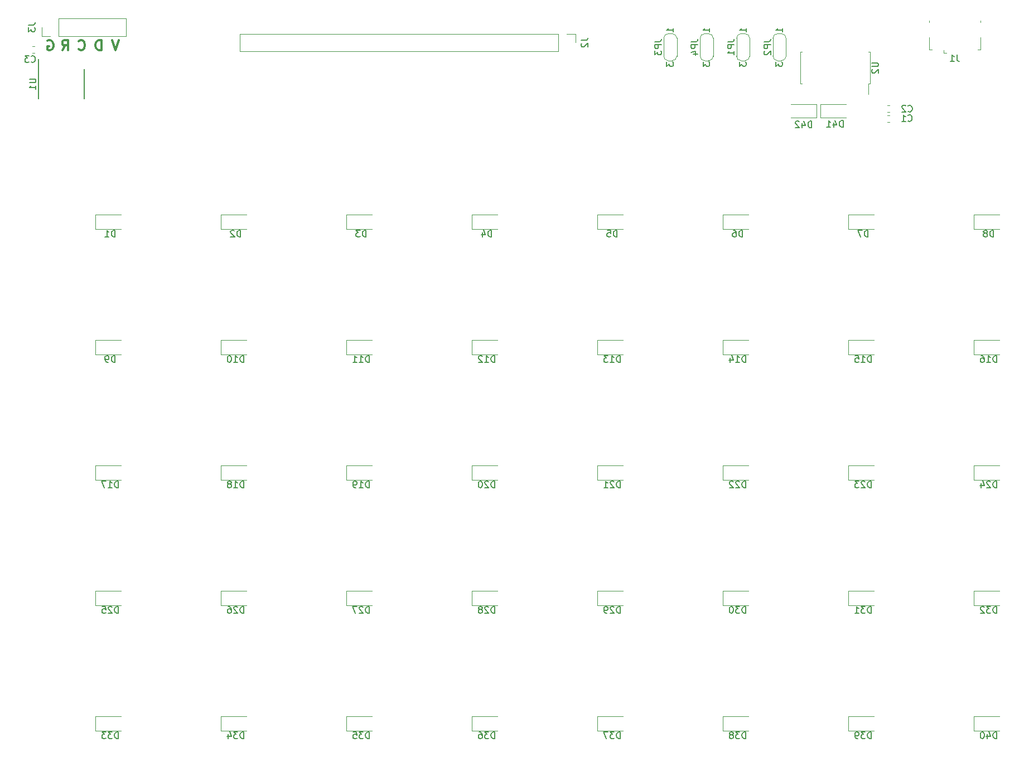
<source format=gbr>
G04 #@! TF.GenerationSoftware,KiCad,Pcbnew,(5.1.5)-3*
G04 #@! TF.CreationDate,2020-03-22T20:56:45+08:00*
G04 #@! TF.ProjectId,XS40,58533430-2e6b-4696-9361-645f70636258,rev?*
G04 #@! TF.SameCoordinates,Original*
G04 #@! TF.FileFunction,Legend,Bot*
G04 #@! TF.FilePolarity,Positive*
%FSLAX45Y45*%
G04 Gerber Fmt 4.5, Leading zero omitted, Abs format (unit mm)*
G04 Created by KiCad (PCBNEW (5.1.5)-3) date 2020-03-22 20:56:45*
%MOMM*%
%LPD*%
G04 APERTURE LIST*
%ADD10C,0.300000*%
%ADD11C,0.120000*%
%ADD12C,0.150000*%
G04 APERTURE END LIST*
D10*
X4772876Y-4397909D02*
X4722876Y-4547909D01*
X4672876Y-4397909D01*
X4509178Y-4549941D02*
X4509178Y-4399941D01*
X4473463Y-4399941D01*
X4452035Y-4407084D01*
X4437749Y-4421370D01*
X4430606Y-4435655D01*
X4423463Y-4464227D01*
X4423463Y-4485655D01*
X4430606Y-4514227D01*
X4437749Y-4528513D01*
X4452035Y-4542798D01*
X4473463Y-4549941D01*
X4509178Y-4549941D01*
X4167939Y-4535655D02*
X4175082Y-4542798D01*
X4196511Y-4549941D01*
X4210797Y-4549941D01*
X4232225Y-4542798D01*
X4246511Y-4528513D01*
X4253654Y-4514227D01*
X4260797Y-4485655D01*
X4260797Y-4464227D01*
X4253654Y-4435655D01*
X4246511Y-4421370D01*
X4232225Y-4407084D01*
X4210797Y-4399941D01*
X4196511Y-4399941D01*
X4175082Y-4407084D01*
X4167939Y-4414227D01*
X3916479Y-4549941D02*
X3966479Y-4478513D01*
X4002194Y-4549941D02*
X4002194Y-4399941D01*
X3945051Y-4399941D01*
X3930765Y-4407084D01*
X3923622Y-4414227D01*
X3916479Y-4428513D01*
X3916479Y-4449941D01*
X3923622Y-4464227D01*
X3930765Y-4471370D01*
X3945051Y-4478513D01*
X4002194Y-4478513D01*
X3695530Y-4409116D02*
X3709816Y-4401973D01*
X3731244Y-4401973D01*
X3752673Y-4409116D01*
X3766959Y-4423402D01*
X3774102Y-4437687D01*
X3781244Y-4466259D01*
X3781244Y-4487687D01*
X3774102Y-4516259D01*
X3766959Y-4530545D01*
X3752673Y-4544830D01*
X3731244Y-4551973D01*
X3716959Y-4551973D01*
X3695530Y-4544830D01*
X3688387Y-4537687D01*
X3688387Y-4487687D01*
X3716959Y-4487687D01*
D11*
X17295040Y-4594970D02*
X17295040Y-4549970D01*
X17295040Y-4594970D02*
X17340040Y-4594970D01*
X17855040Y-4539970D02*
X17810040Y-4539970D01*
X17855040Y-4354970D02*
X17855040Y-4539970D01*
X17075040Y-4099970D02*
X17075040Y-4124970D01*
X17855040Y-4099970D02*
X17855040Y-4124970D01*
X17075040Y-4354970D02*
X17075040Y-4539970D01*
X17075040Y-4539970D02*
X17120040Y-4539970D01*
X3603340Y-4202176D02*
X3603340Y-4335176D01*
X3603340Y-4335176D02*
X3736340Y-4335176D01*
X3863340Y-4335176D02*
X4885340Y-4335176D01*
X4885340Y-4069176D02*
X4885340Y-4335176D01*
X3863340Y-4069176D02*
X4885340Y-4069176D01*
X3863340Y-4069176D02*
X3863340Y-4335176D01*
X11705240Y-4435348D02*
X11705240Y-4302348D01*
X11705240Y-4302348D02*
X11572240Y-4302348D01*
X11445240Y-4302348D02*
X6613240Y-4302348D01*
X6613240Y-4568348D02*
X6613240Y-4302348D01*
X11445240Y-4568348D02*
X6613240Y-4568348D01*
X11445240Y-4568348D02*
X11445240Y-4302348D01*
X16475468Y-5538524D02*
X16442912Y-5538524D01*
X16475468Y-5640524D02*
X16442912Y-5640524D01*
X16443938Y-5392220D02*
X16476494Y-5392220D01*
X16443938Y-5494220D02*
X16476494Y-5494220D01*
X3463522Y-4589980D02*
X3496078Y-4589980D01*
X3463522Y-4487980D02*
X3496078Y-4487980D01*
X4805660Y-7271220D02*
X4417160Y-7271220D01*
X4417160Y-7271220D02*
X4417160Y-7044220D01*
X4417160Y-7044220D02*
X4805660Y-7044220D01*
X6322160Y-7044220D02*
X6710660Y-7044220D01*
X6322160Y-7271220D02*
X6322160Y-7044220D01*
X6710660Y-7271220D02*
X6322160Y-7271220D01*
X8227160Y-7044220D02*
X8615660Y-7044220D01*
X8227160Y-7271220D02*
X8227160Y-7044220D01*
X8615660Y-7271220D02*
X8227160Y-7271220D01*
X10132160Y-7044220D02*
X10520660Y-7044220D01*
X10132160Y-7271220D02*
X10132160Y-7044220D01*
X10520660Y-7271220D02*
X10132160Y-7271220D01*
X12037160Y-7044220D02*
X12425660Y-7044220D01*
X12037160Y-7271220D02*
X12037160Y-7044220D01*
X12425660Y-7271220D02*
X12037160Y-7271220D01*
X13942160Y-7044220D02*
X14330660Y-7044220D01*
X13942160Y-7271220D02*
X13942160Y-7044220D01*
X14330660Y-7271220D02*
X13942160Y-7271220D01*
X16235660Y-7271220D02*
X15847160Y-7271220D01*
X15847160Y-7271220D02*
X15847160Y-7044220D01*
X15847160Y-7044220D02*
X16235660Y-7044220D01*
X18140660Y-7271220D02*
X17752160Y-7271220D01*
X17752160Y-7271220D02*
X17752160Y-7044220D01*
X17752160Y-7044220D02*
X18140660Y-7044220D01*
X4805660Y-9176220D02*
X4417160Y-9176220D01*
X4417160Y-9176220D02*
X4417160Y-8949220D01*
X4417160Y-8949220D02*
X4805660Y-8949220D01*
X6322160Y-8949220D02*
X6710660Y-8949220D01*
X6322160Y-9176220D02*
X6322160Y-8949220D01*
X6710660Y-9176220D02*
X6322160Y-9176220D01*
X8227160Y-8949220D02*
X8615660Y-8949220D01*
X8227160Y-9176220D02*
X8227160Y-8949220D01*
X8615660Y-9176220D02*
X8227160Y-9176220D01*
X10132160Y-8949220D02*
X10520660Y-8949220D01*
X10132160Y-9176220D02*
X10132160Y-8949220D01*
X10520660Y-9176220D02*
X10132160Y-9176220D01*
X12037160Y-8949220D02*
X12425660Y-8949220D01*
X12037160Y-9176220D02*
X12037160Y-8949220D01*
X12425660Y-9176220D02*
X12037160Y-9176220D01*
X14330660Y-9176220D02*
X13942160Y-9176220D01*
X13942160Y-9176220D02*
X13942160Y-8949220D01*
X13942160Y-8949220D02*
X14330660Y-8949220D01*
X16235660Y-9176220D02*
X15847160Y-9176220D01*
X15847160Y-9176220D02*
X15847160Y-8949220D01*
X15847160Y-8949220D02*
X16235660Y-8949220D01*
X18140660Y-9176220D02*
X17752160Y-9176220D01*
X17752160Y-9176220D02*
X17752160Y-8949220D01*
X17752160Y-8949220D02*
X18140660Y-8949220D01*
X4805660Y-11081220D02*
X4417160Y-11081220D01*
X4417160Y-11081220D02*
X4417160Y-10854220D01*
X4417160Y-10854220D02*
X4805660Y-10854220D01*
X6322160Y-10854220D02*
X6710660Y-10854220D01*
X6322160Y-11081220D02*
X6322160Y-10854220D01*
X6710660Y-11081220D02*
X6322160Y-11081220D01*
X8227160Y-10854220D02*
X8615660Y-10854220D01*
X8227160Y-11081220D02*
X8227160Y-10854220D01*
X8615660Y-11081220D02*
X8227160Y-11081220D01*
X10132160Y-10854220D02*
X10520660Y-10854220D01*
X10132160Y-11081220D02*
X10132160Y-10854220D01*
X10520660Y-11081220D02*
X10132160Y-11081220D01*
X12037160Y-10854220D02*
X12425660Y-10854220D01*
X12037160Y-11081220D02*
X12037160Y-10854220D01*
X12425660Y-11081220D02*
X12037160Y-11081220D01*
X14330660Y-11081220D02*
X13942160Y-11081220D01*
X13942160Y-11081220D02*
X13942160Y-10854220D01*
X13942160Y-10854220D02*
X14330660Y-10854220D01*
X16235660Y-11081220D02*
X15847160Y-11081220D01*
X15847160Y-11081220D02*
X15847160Y-10854220D01*
X15847160Y-10854220D02*
X16235660Y-10854220D01*
X18140660Y-11081220D02*
X17752160Y-11081220D01*
X17752160Y-11081220D02*
X17752160Y-10854220D01*
X17752160Y-10854220D02*
X18140660Y-10854220D01*
X4805660Y-12986220D02*
X4417160Y-12986220D01*
X4417160Y-12986220D02*
X4417160Y-12759220D01*
X4417160Y-12759220D02*
X4805660Y-12759220D01*
X6322160Y-12759220D02*
X6710660Y-12759220D01*
X6322160Y-12986220D02*
X6322160Y-12759220D01*
X6710660Y-12986220D02*
X6322160Y-12986220D01*
X8227160Y-12759220D02*
X8615660Y-12759220D01*
X8227160Y-12986220D02*
X8227160Y-12759220D01*
X8615660Y-12986220D02*
X8227160Y-12986220D01*
X10132160Y-12759220D02*
X10520660Y-12759220D01*
X10132160Y-12986220D02*
X10132160Y-12759220D01*
X10520660Y-12986220D02*
X10132160Y-12986220D01*
X12425660Y-12986220D02*
X12037160Y-12986220D01*
X12037160Y-12986220D02*
X12037160Y-12759220D01*
X12037160Y-12759220D02*
X12425660Y-12759220D01*
X14330660Y-12986220D02*
X13942160Y-12986220D01*
X13942160Y-12986220D02*
X13942160Y-12759220D01*
X13942160Y-12759220D02*
X14330660Y-12759220D01*
X16235660Y-12986220D02*
X15847160Y-12986220D01*
X15847160Y-12986220D02*
X15847160Y-12759220D01*
X15847160Y-12759220D02*
X16235660Y-12759220D01*
X18140660Y-12986220D02*
X17752160Y-12986220D01*
X17752160Y-12986220D02*
X17752160Y-12759220D01*
X17752160Y-12759220D02*
X18140660Y-12759220D01*
X4417160Y-14664220D02*
X4805660Y-14664220D01*
X4417160Y-14891220D02*
X4417160Y-14664220D01*
X4805660Y-14891220D02*
X4417160Y-14891220D01*
X6322160Y-14664220D02*
X6710660Y-14664220D01*
X6322160Y-14891220D02*
X6322160Y-14664220D01*
X6710660Y-14891220D02*
X6322160Y-14891220D01*
X8227160Y-14664220D02*
X8615660Y-14664220D01*
X8227160Y-14891220D02*
X8227160Y-14664220D01*
X8615660Y-14891220D02*
X8227160Y-14891220D01*
X10132160Y-14664220D02*
X10520660Y-14664220D01*
X10132160Y-14891220D02*
X10132160Y-14664220D01*
X10520660Y-14891220D02*
X10132160Y-14891220D01*
X12425660Y-14891220D02*
X12037160Y-14891220D01*
X12037160Y-14891220D02*
X12037160Y-14664220D01*
X12037160Y-14664220D02*
X12425660Y-14664220D01*
X14330660Y-14891220D02*
X13942160Y-14891220D01*
X13942160Y-14891220D02*
X13942160Y-14664220D01*
X13942160Y-14664220D02*
X14330660Y-14664220D01*
X16235660Y-14891220D02*
X15847160Y-14891220D01*
X15847160Y-14891220D02*
X15847160Y-14664220D01*
X15847160Y-14664220D02*
X16235660Y-14664220D01*
X18140660Y-14891220D02*
X17752160Y-14891220D01*
X17752160Y-14891220D02*
X17752160Y-14664220D01*
X17752160Y-14664220D02*
X18140660Y-14664220D01*
X15422824Y-5574208D02*
X15422824Y-5374208D01*
X15422824Y-5374208D02*
X15812824Y-5374208D01*
X15422824Y-5574208D02*
X15812824Y-5574208D01*
X15366956Y-5374208D02*
X14976956Y-5374208D01*
X15366956Y-5574208D02*
X14976956Y-5574208D01*
X15366956Y-5374208D02*
X15366956Y-5574208D01*
X14222279Y-4299944D02*
G75*
G03X14152279Y-4369944I0J-70000D01*
G01*
X14352279Y-4369944D02*
G75*
G03X14282279Y-4299944I-70000J0D01*
G01*
X14282279Y-4709944D02*
G75*
G03X14352279Y-4639944I0J70000D01*
G01*
X14152279Y-4639944D02*
G75*
G03X14222279Y-4709944I70000J0D01*
G01*
X14152279Y-4364944D02*
X14152279Y-4644944D01*
X14222279Y-4709944D02*
X14282279Y-4709944D01*
X14352279Y-4644944D02*
X14352279Y-4364944D01*
X14282279Y-4299944D02*
X14222279Y-4299944D01*
X14835152Y-4299944D02*
X14775152Y-4299944D01*
X14905152Y-4644944D02*
X14905152Y-4364944D01*
X14775152Y-4709944D02*
X14835152Y-4709944D01*
X14705152Y-4364944D02*
X14705152Y-4644944D01*
X14705152Y-4639944D02*
G75*
G03X14775152Y-4709944I70000J0D01*
G01*
X14835152Y-4709944D02*
G75*
G03X14905152Y-4639944I0J70000D01*
G01*
X14905152Y-4369944D02*
G75*
G03X14835152Y-4299944I-70000J0D01*
G01*
X14775152Y-4299944D02*
G75*
G03X14705152Y-4369944I0J-70000D01*
G01*
X13116532Y-4299944D02*
G75*
G03X13046532Y-4369944I0J-70000D01*
G01*
X13246532Y-4369944D02*
G75*
G03X13176532Y-4299944I-70000J0D01*
G01*
X13176532Y-4709944D02*
G75*
G03X13246532Y-4639944I0J70000D01*
G01*
X13046532Y-4639944D02*
G75*
G03X13116532Y-4709944I70000J0D01*
G01*
X13046532Y-4364944D02*
X13046532Y-4644944D01*
X13116532Y-4709944D02*
X13176532Y-4709944D01*
X13246532Y-4644944D02*
X13246532Y-4364944D01*
X13176532Y-4299944D02*
X13116532Y-4299944D01*
X13729405Y-4299944D02*
X13669405Y-4299944D01*
X13799405Y-4644944D02*
X13799405Y-4364944D01*
X13669405Y-4709944D02*
X13729405Y-4709944D01*
X13599405Y-4364944D02*
X13599405Y-4644944D01*
X13599405Y-4639944D02*
G75*
G03X13669405Y-4709944I70000J0D01*
G01*
X13729405Y-4709944D02*
G75*
G03X13799405Y-4639944I0J70000D01*
G01*
X13799405Y-4369944D02*
G75*
G03X13729405Y-4299944I-70000J0D01*
G01*
X13669405Y-4299944D02*
G75*
G03X13599405Y-4369944I0J-70000D01*
G01*
D12*
X4246440Y-4842260D02*
X4246440Y-5287260D01*
X3556440Y-4689760D02*
X3556440Y-5287260D01*
D11*
X15125480Y-4818380D02*
X15125480Y-4579880D01*
X15125480Y-4579880D02*
X15150980Y-4579880D01*
X15125480Y-4818380D02*
X15125480Y-5056880D01*
X15125480Y-5056880D02*
X15150980Y-5056880D01*
X16177480Y-4818380D02*
X16177480Y-4579880D01*
X16177480Y-4579880D02*
X16151980Y-4579880D01*
X16177480Y-4818380D02*
X16177480Y-5056880D01*
X16177480Y-5056880D02*
X16151980Y-5056880D01*
X16151980Y-5056880D02*
X16151980Y-5223380D01*
D12*
X17498373Y-4620208D02*
X17498373Y-4691637D01*
X17503135Y-4705922D01*
X17512659Y-4715446D01*
X17526945Y-4720208D01*
X17536469Y-4720208D01*
X17398373Y-4720208D02*
X17455516Y-4720208D01*
X17426945Y-4720208D02*
X17426945Y-4620208D01*
X17436469Y-4634494D01*
X17445992Y-4644018D01*
X17455516Y-4648780D01*
X3404578Y-4168843D02*
X3476007Y-4168843D01*
X3490292Y-4164081D01*
X3499816Y-4154557D01*
X3504578Y-4140271D01*
X3504578Y-4130747D01*
X3404578Y-4206938D02*
X3404578Y-4268843D01*
X3442673Y-4235509D01*
X3442673Y-4249795D01*
X3447435Y-4259319D01*
X3452197Y-4264081D01*
X3461721Y-4268843D01*
X3485530Y-4268843D01*
X3495054Y-4264081D01*
X3499816Y-4259319D01*
X3504578Y-4249795D01*
X3504578Y-4221224D01*
X3499816Y-4211700D01*
X3495054Y-4206938D01*
X11794478Y-4402015D02*
X11865907Y-4402015D01*
X11880192Y-4397253D01*
X11889716Y-4387729D01*
X11894478Y-4373443D01*
X11894478Y-4363919D01*
X11804002Y-4444872D02*
X11799240Y-4449634D01*
X11794478Y-4459158D01*
X11794478Y-4482967D01*
X11799240Y-4492491D01*
X11804002Y-4497253D01*
X11813526Y-4502015D01*
X11823049Y-4502015D01*
X11837335Y-4497253D01*
X11894478Y-4440110D01*
X11894478Y-4502015D01*
X16756283Y-5622190D02*
X16761044Y-5626952D01*
X16775330Y-5631714D01*
X16784854Y-5631714D01*
X16799140Y-5626952D01*
X16808664Y-5617428D01*
X16813426Y-5607904D01*
X16818187Y-5588857D01*
X16818187Y-5574571D01*
X16813426Y-5555524D01*
X16808664Y-5546000D01*
X16799140Y-5536476D01*
X16784854Y-5531714D01*
X16775330Y-5531714D01*
X16761044Y-5536476D01*
X16756283Y-5541238D01*
X16661044Y-5631714D02*
X16718187Y-5631714D01*
X16689616Y-5631714D02*
X16689616Y-5531714D01*
X16699140Y-5546000D01*
X16708664Y-5555524D01*
X16718187Y-5560286D01*
X16757807Y-5478426D02*
X16762568Y-5483188D01*
X16776854Y-5487950D01*
X16786378Y-5487950D01*
X16800664Y-5483188D01*
X16810188Y-5473664D01*
X16814950Y-5464141D01*
X16819711Y-5445093D01*
X16819711Y-5430807D01*
X16814950Y-5411760D01*
X16810188Y-5402236D01*
X16800664Y-5392712D01*
X16786378Y-5387950D01*
X16776854Y-5387950D01*
X16762568Y-5392712D01*
X16757807Y-5397474D01*
X16719711Y-5397474D02*
X16714949Y-5392712D01*
X16705426Y-5387950D01*
X16681616Y-5387950D01*
X16672092Y-5392712D01*
X16667330Y-5397474D01*
X16662568Y-5406998D01*
X16662568Y-5416522D01*
X16667330Y-5430807D01*
X16724473Y-5487950D01*
X16662568Y-5487950D01*
X3444651Y-4725570D02*
X3449412Y-4730332D01*
X3463698Y-4735094D01*
X3473222Y-4735094D01*
X3487508Y-4730332D01*
X3497032Y-4720808D01*
X3501793Y-4711285D01*
X3506555Y-4692237D01*
X3506555Y-4677951D01*
X3501793Y-4658904D01*
X3497032Y-4649380D01*
X3487508Y-4639856D01*
X3473222Y-4635094D01*
X3463698Y-4635094D01*
X3449412Y-4639856D01*
X3444651Y-4644618D01*
X3411317Y-4635094D02*
X3349412Y-4635094D01*
X3382746Y-4673189D01*
X3368460Y-4673189D01*
X3358936Y-4677951D01*
X3354174Y-4682713D01*
X3349412Y-4692237D01*
X3349412Y-4716046D01*
X3354174Y-4725570D01*
X3358936Y-4730332D01*
X3368460Y-4735094D01*
X3397032Y-4735094D01*
X3406555Y-4730332D01*
X3411317Y-4725570D01*
X4719470Y-7384958D02*
X4719470Y-7284958D01*
X4695660Y-7284958D01*
X4681374Y-7289720D01*
X4671850Y-7299244D01*
X4667089Y-7308768D01*
X4662327Y-7327815D01*
X4662327Y-7342101D01*
X4667089Y-7361148D01*
X4671850Y-7370672D01*
X4681374Y-7380196D01*
X4695660Y-7384958D01*
X4719470Y-7384958D01*
X4567089Y-7384958D02*
X4624231Y-7384958D01*
X4595660Y-7384958D02*
X4595660Y-7284958D01*
X4605184Y-7299244D01*
X4614708Y-7308768D01*
X4624231Y-7313529D01*
X6624469Y-7384958D02*
X6624469Y-7284958D01*
X6600660Y-7284958D01*
X6586374Y-7289720D01*
X6576850Y-7299244D01*
X6572088Y-7308768D01*
X6567327Y-7327815D01*
X6567327Y-7342101D01*
X6572088Y-7361148D01*
X6576850Y-7370672D01*
X6586374Y-7380196D01*
X6600660Y-7384958D01*
X6624469Y-7384958D01*
X6529231Y-7294482D02*
X6524469Y-7289720D01*
X6514946Y-7284958D01*
X6491136Y-7284958D01*
X6481612Y-7289720D01*
X6476850Y-7294482D01*
X6472088Y-7304006D01*
X6472088Y-7313529D01*
X6476850Y-7327815D01*
X6533993Y-7384958D01*
X6472088Y-7384958D01*
X8529470Y-7384958D02*
X8529470Y-7284958D01*
X8505660Y-7284958D01*
X8491374Y-7289720D01*
X8481850Y-7299244D01*
X8477089Y-7308768D01*
X8472327Y-7327815D01*
X8472327Y-7342101D01*
X8477089Y-7361148D01*
X8481850Y-7370672D01*
X8491374Y-7380196D01*
X8505660Y-7384958D01*
X8529470Y-7384958D01*
X8438993Y-7284958D02*
X8377088Y-7284958D01*
X8410422Y-7323053D01*
X8396136Y-7323053D01*
X8386612Y-7327815D01*
X8381850Y-7332577D01*
X8377088Y-7342101D01*
X8377088Y-7365910D01*
X8381850Y-7375434D01*
X8386612Y-7380196D01*
X8396136Y-7384958D01*
X8424708Y-7384958D01*
X8434231Y-7380196D01*
X8438993Y-7375434D01*
X10434470Y-7384958D02*
X10434470Y-7284958D01*
X10410660Y-7284958D01*
X10396374Y-7289720D01*
X10386850Y-7299244D01*
X10382089Y-7308768D01*
X10377327Y-7327815D01*
X10377327Y-7342101D01*
X10382089Y-7361148D01*
X10386850Y-7370672D01*
X10396374Y-7380196D01*
X10410660Y-7384958D01*
X10434470Y-7384958D01*
X10291612Y-7318291D02*
X10291612Y-7384958D01*
X10315422Y-7280196D02*
X10339231Y-7351625D01*
X10277327Y-7351625D01*
X12339469Y-7384958D02*
X12339469Y-7284958D01*
X12315660Y-7284958D01*
X12301374Y-7289720D01*
X12291850Y-7299244D01*
X12287088Y-7308768D01*
X12282327Y-7327815D01*
X12282327Y-7342101D01*
X12287088Y-7361148D01*
X12291850Y-7370672D01*
X12301374Y-7380196D01*
X12315660Y-7384958D01*
X12339469Y-7384958D01*
X12191850Y-7284958D02*
X12239469Y-7284958D01*
X12244231Y-7332577D01*
X12239469Y-7327815D01*
X12229946Y-7323053D01*
X12206136Y-7323053D01*
X12196612Y-7327815D01*
X12191850Y-7332577D01*
X12187088Y-7342101D01*
X12187088Y-7365910D01*
X12191850Y-7375434D01*
X12196612Y-7380196D01*
X12206136Y-7384958D01*
X12229946Y-7384958D01*
X12239469Y-7380196D01*
X12244231Y-7375434D01*
X14244469Y-7384958D02*
X14244469Y-7284958D01*
X14220660Y-7284958D01*
X14206374Y-7289720D01*
X14196850Y-7299244D01*
X14192088Y-7308768D01*
X14187327Y-7327815D01*
X14187327Y-7342101D01*
X14192088Y-7361148D01*
X14196850Y-7370672D01*
X14206374Y-7380196D01*
X14220660Y-7384958D01*
X14244469Y-7384958D01*
X14101612Y-7284958D02*
X14120660Y-7284958D01*
X14130184Y-7289720D01*
X14134946Y-7294482D01*
X14144469Y-7308768D01*
X14149231Y-7327815D01*
X14149231Y-7365910D01*
X14144469Y-7375434D01*
X14139708Y-7380196D01*
X14130184Y-7384958D01*
X14111136Y-7384958D01*
X14101612Y-7380196D01*
X14096850Y-7375434D01*
X14092088Y-7365910D01*
X14092088Y-7342101D01*
X14096850Y-7332577D01*
X14101612Y-7327815D01*
X14111136Y-7323053D01*
X14130184Y-7323053D01*
X14139708Y-7327815D01*
X14144469Y-7332577D01*
X14149231Y-7342101D01*
X16149469Y-7384958D02*
X16149469Y-7284958D01*
X16125660Y-7284958D01*
X16111374Y-7289720D01*
X16101850Y-7299244D01*
X16097088Y-7308768D01*
X16092327Y-7327815D01*
X16092327Y-7342101D01*
X16097088Y-7361148D01*
X16101850Y-7370672D01*
X16111374Y-7380196D01*
X16125660Y-7384958D01*
X16149469Y-7384958D01*
X16058993Y-7284958D02*
X15992327Y-7284958D01*
X16035184Y-7384958D01*
X18054470Y-7384958D02*
X18054470Y-7284958D01*
X18030660Y-7284958D01*
X18016374Y-7289720D01*
X18006850Y-7299244D01*
X18002089Y-7308768D01*
X17997327Y-7327815D01*
X17997327Y-7342101D01*
X18002089Y-7361148D01*
X18006850Y-7370672D01*
X18016374Y-7380196D01*
X18030660Y-7384958D01*
X18054470Y-7384958D01*
X17940184Y-7327815D02*
X17949708Y-7323053D01*
X17954470Y-7318291D01*
X17959231Y-7308768D01*
X17959231Y-7304006D01*
X17954470Y-7294482D01*
X17949708Y-7289720D01*
X17940184Y-7284958D01*
X17921136Y-7284958D01*
X17911612Y-7289720D01*
X17906850Y-7294482D01*
X17902089Y-7304006D01*
X17902089Y-7308768D01*
X17906850Y-7318291D01*
X17911612Y-7323053D01*
X17921136Y-7327815D01*
X17940184Y-7327815D01*
X17949708Y-7332577D01*
X17954470Y-7337339D01*
X17959231Y-7346863D01*
X17959231Y-7365910D01*
X17954470Y-7375434D01*
X17949708Y-7380196D01*
X17940184Y-7384958D01*
X17921136Y-7384958D01*
X17911612Y-7380196D01*
X17906850Y-7375434D01*
X17902089Y-7365910D01*
X17902089Y-7346863D01*
X17906850Y-7337339D01*
X17911612Y-7332577D01*
X17921136Y-7327815D01*
X4719470Y-9289958D02*
X4719470Y-9189958D01*
X4695660Y-9189958D01*
X4681374Y-9194720D01*
X4671850Y-9204244D01*
X4667089Y-9213768D01*
X4662327Y-9232815D01*
X4662327Y-9247101D01*
X4667089Y-9266149D01*
X4671850Y-9275672D01*
X4681374Y-9285196D01*
X4695660Y-9289958D01*
X4719470Y-9289958D01*
X4614708Y-9289958D02*
X4595660Y-9289958D01*
X4586136Y-9285196D01*
X4581374Y-9280434D01*
X4571850Y-9266149D01*
X4567089Y-9247101D01*
X4567089Y-9209006D01*
X4571850Y-9199482D01*
X4576612Y-9194720D01*
X4586136Y-9189958D01*
X4605184Y-9189958D01*
X4614708Y-9194720D01*
X4619470Y-9199482D01*
X4624231Y-9209006D01*
X4624231Y-9232815D01*
X4619470Y-9242339D01*
X4614708Y-9247101D01*
X4605184Y-9251863D01*
X4586136Y-9251863D01*
X4576612Y-9247101D01*
X4571850Y-9242339D01*
X4567089Y-9232815D01*
X6672088Y-9289958D02*
X6672088Y-9189958D01*
X6648279Y-9189958D01*
X6633993Y-9194720D01*
X6624469Y-9204244D01*
X6619708Y-9213768D01*
X6614946Y-9232815D01*
X6614946Y-9247101D01*
X6619708Y-9266149D01*
X6624469Y-9275672D01*
X6633993Y-9285196D01*
X6648279Y-9289958D01*
X6672088Y-9289958D01*
X6519708Y-9289958D02*
X6576850Y-9289958D01*
X6548279Y-9289958D02*
X6548279Y-9189958D01*
X6557803Y-9204244D01*
X6567327Y-9213768D01*
X6576850Y-9218530D01*
X6457803Y-9189958D02*
X6448279Y-9189958D01*
X6438755Y-9194720D01*
X6433993Y-9199482D01*
X6429231Y-9209006D01*
X6424469Y-9228053D01*
X6424469Y-9251863D01*
X6429231Y-9270910D01*
X6433993Y-9280434D01*
X6438755Y-9285196D01*
X6448279Y-9289958D01*
X6457803Y-9289958D01*
X6467327Y-9285196D01*
X6472088Y-9280434D01*
X6476850Y-9270910D01*
X6481612Y-9251863D01*
X6481612Y-9228053D01*
X6476850Y-9209006D01*
X6472088Y-9199482D01*
X6467327Y-9194720D01*
X6457803Y-9189958D01*
X8577089Y-9289958D02*
X8577089Y-9189958D01*
X8553279Y-9189958D01*
X8538993Y-9194720D01*
X8529470Y-9204244D01*
X8524708Y-9213768D01*
X8519946Y-9232815D01*
X8519946Y-9247101D01*
X8524708Y-9266149D01*
X8529470Y-9275672D01*
X8538993Y-9285196D01*
X8553279Y-9289958D01*
X8577089Y-9289958D01*
X8424708Y-9289958D02*
X8481850Y-9289958D01*
X8453279Y-9289958D02*
X8453279Y-9189958D01*
X8462803Y-9204244D01*
X8472327Y-9213768D01*
X8481850Y-9218530D01*
X8329469Y-9289958D02*
X8386612Y-9289958D01*
X8358041Y-9289958D02*
X8358041Y-9189958D01*
X8367565Y-9204244D01*
X8377088Y-9213768D01*
X8386612Y-9218530D01*
X10482089Y-9289958D02*
X10482089Y-9189958D01*
X10458279Y-9189958D01*
X10443993Y-9194720D01*
X10434470Y-9204244D01*
X10429708Y-9213768D01*
X10424946Y-9232815D01*
X10424946Y-9247101D01*
X10429708Y-9266149D01*
X10434470Y-9275672D01*
X10443993Y-9285196D01*
X10458279Y-9289958D01*
X10482089Y-9289958D01*
X10329708Y-9289958D02*
X10386850Y-9289958D01*
X10358279Y-9289958D02*
X10358279Y-9189958D01*
X10367803Y-9204244D01*
X10377327Y-9213768D01*
X10386850Y-9218530D01*
X10291612Y-9199482D02*
X10286850Y-9194720D01*
X10277327Y-9189958D01*
X10253517Y-9189958D01*
X10243993Y-9194720D01*
X10239231Y-9199482D01*
X10234470Y-9209006D01*
X10234470Y-9218530D01*
X10239231Y-9232815D01*
X10296374Y-9289958D01*
X10234470Y-9289958D01*
X12387088Y-9289958D02*
X12387088Y-9189958D01*
X12363279Y-9189958D01*
X12348993Y-9194720D01*
X12339469Y-9204244D01*
X12334708Y-9213768D01*
X12329946Y-9232815D01*
X12329946Y-9247101D01*
X12334708Y-9266149D01*
X12339469Y-9275672D01*
X12348993Y-9285196D01*
X12363279Y-9289958D01*
X12387088Y-9289958D01*
X12234708Y-9289958D02*
X12291850Y-9289958D01*
X12263279Y-9289958D02*
X12263279Y-9189958D01*
X12272803Y-9204244D01*
X12282327Y-9213768D01*
X12291850Y-9218530D01*
X12201374Y-9189958D02*
X12139469Y-9189958D01*
X12172803Y-9228053D01*
X12158517Y-9228053D01*
X12148993Y-9232815D01*
X12144231Y-9237577D01*
X12139469Y-9247101D01*
X12139469Y-9270910D01*
X12144231Y-9280434D01*
X12148993Y-9285196D01*
X12158517Y-9289958D01*
X12187088Y-9289958D01*
X12196612Y-9285196D01*
X12201374Y-9280434D01*
X14292088Y-9289958D02*
X14292088Y-9189958D01*
X14268279Y-9189958D01*
X14253993Y-9194720D01*
X14244469Y-9204244D01*
X14239708Y-9213768D01*
X14234946Y-9232815D01*
X14234946Y-9247101D01*
X14239708Y-9266149D01*
X14244469Y-9275672D01*
X14253993Y-9285196D01*
X14268279Y-9289958D01*
X14292088Y-9289958D01*
X14139708Y-9289958D02*
X14196850Y-9289958D01*
X14168279Y-9289958D02*
X14168279Y-9189958D01*
X14177803Y-9204244D01*
X14187327Y-9213768D01*
X14196850Y-9218530D01*
X14053993Y-9223291D02*
X14053993Y-9289958D01*
X14077803Y-9185196D02*
X14101612Y-9256625D01*
X14039708Y-9256625D01*
X16197088Y-9289958D02*
X16197088Y-9189958D01*
X16173279Y-9189958D01*
X16158993Y-9194720D01*
X16149469Y-9204244D01*
X16144708Y-9213768D01*
X16139946Y-9232815D01*
X16139946Y-9247101D01*
X16144708Y-9266149D01*
X16149469Y-9275672D01*
X16158993Y-9285196D01*
X16173279Y-9289958D01*
X16197088Y-9289958D01*
X16044708Y-9289958D02*
X16101850Y-9289958D01*
X16073279Y-9289958D02*
X16073279Y-9189958D01*
X16082803Y-9204244D01*
X16092327Y-9213768D01*
X16101850Y-9218530D01*
X15954231Y-9189958D02*
X16001850Y-9189958D01*
X16006612Y-9237577D01*
X16001850Y-9232815D01*
X15992327Y-9228053D01*
X15968517Y-9228053D01*
X15958993Y-9232815D01*
X15954231Y-9237577D01*
X15949469Y-9247101D01*
X15949469Y-9270910D01*
X15954231Y-9280434D01*
X15958993Y-9285196D01*
X15968517Y-9289958D01*
X15992327Y-9289958D01*
X16001850Y-9285196D01*
X16006612Y-9280434D01*
X18102089Y-9289958D02*
X18102089Y-9189958D01*
X18078279Y-9189958D01*
X18063993Y-9194720D01*
X18054470Y-9204244D01*
X18049708Y-9213768D01*
X18044946Y-9232815D01*
X18044946Y-9247101D01*
X18049708Y-9266149D01*
X18054470Y-9275672D01*
X18063993Y-9285196D01*
X18078279Y-9289958D01*
X18102089Y-9289958D01*
X17949708Y-9289958D02*
X18006850Y-9289958D01*
X17978279Y-9289958D02*
X17978279Y-9189958D01*
X17987803Y-9204244D01*
X17997327Y-9213768D01*
X18006850Y-9218530D01*
X17863993Y-9189958D02*
X17883041Y-9189958D01*
X17892565Y-9194720D01*
X17897327Y-9199482D01*
X17906850Y-9213768D01*
X17911612Y-9232815D01*
X17911612Y-9270910D01*
X17906850Y-9280434D01*
X17902089Y-9285196D01*
X17892565Y-9289958D01*
X17873517Y-9289958D01*
X17863993Y-9285196D01*
X17859231Y-9280434D01*
X17854470Y-9270910D01*
X17854470Y-9247101D01*
X17859231Y-9237577D01*
X17863993Y-9232815D01*
X17873517Y-9228053D01*
X17892565Y-9228053D01*
X17902089Y-9232815D01*
X17906850Y-9237577D01*
X17911612Y-9247101D01*
X4767089Y-11194958D02*
X4767089Y-11094958D01*
X4743279Y-11094958D01*
X4728993Y-11099720D01*
X4719470Y-11109244D01*
X4714708Y-11118768D01*
X4709946Y-11137815D01*
X4709946Y-11152101D01*
X4714708Y-11171149D01*
X4719470Y-11180672D01*
X4728993Y-11190196D01*
X4743279Y-11194958D01*
X4767089Y-11194958D01*
X4614708Y-11194958D02*
X4671850Y-11194958D01*
X4643279Y-11194958D02*
X4643279Y-11094958D01*
X4652803Y-11109244D01*
X4662327Y-11118768D01*
X4671850Y-11123530D01*
X4581374Y-11094958D02*
X4514708Y-11094958D01*
X4557565Y-11194958D01*
X6672088Y-11194958D02*
X6672088Y-11094958D01*
X6648279Y-11094958D01*
X6633993Y-11099720D01*
X6624469Y-11109244D01*
X6619708Y-11118768D01*
X6614946Y-11137815D01*
X6614946Y-11152101D01*
X6619708Y-11171149D01*
X6624469Y-11180672D01*
X6633993Y-11190196D01*
X6648279Y-11194958D01*
X6672088Y-11194958D01*
X6519708Y-11194958D02*
X6576850Y-11194958D01*
X6548279Y-11194958D02*
X6548279Y-11094958D01*
X6557803Y-11109244D01*
X6567327Y-11118768D01*
X6576850Y-11123530D01*
X6462565Y-11137815D02*
X6472088Y-11133053D01*
X6476850Y-11128291D01*
X6481612Y-11118768D01*
X6481612Y-11114006D01*
X6476850Y-11104482D01*
X6472088Y-11099720D01*
X6462565Y-11094958D01*
X6443517Y-11094958D01*
X6433993Y-11099720D01*
X6429231Y-11104482D01*
X6424469Y-11114006D01*
X6424469Y-11118768D01*
X6429231Y-11128291D01*
X6433993Y-11133053D01*
X6443517Y-11137815D01*
X6462565Y-11137815D01*
X6472088Y-11142577D01*
X6476850Y-11147339D01*
X6481612Y-11156863D01*
X6481612Y-11175910D01*
X6476850Y-11185434D01*
X6472088Y-11190196D01*
X6462565Y-11194958D01*
X6443517Y-11194958D01*
X6433993Y-11190196D01*
X6429231Y-11185434D01*
X6424469Y-11175910D01*
X6424469Y-11156863D01*
X6429231Y-11147339D01*
X6433993Y-11142577D01*
X6443517Y-11137815D01*
X8577089Y-11194958D02*
X8577089Y-11094958D01*
X8553279Y-11094958D01*
X8538993Y-11099720D01*
X8529470Y-11109244D01*
X8524708Y-11118768D01*
X8519946Y-11137815D01*
X8519946Y-11152101D01*
X8524708Y-11171149D01*
X8529470Y-11180672D01*
X8538993Y-11190196D01*
X8553279Y-11194958D01*
X8577089Y-11194958D01*
X8424708Y-11194958D02*
X8481850Y-11194958D01*
X8453279Y-11194958D02*
X8453279Y-11094958D01*
X8462803Y-11109244D01*
X8472327Y-11118768D01*
X8481850Y-11123530D01*
X8377088Y-11194958D02*
X8358041Y-11194958D01*
X8348517Y-11190196D01*
X8343755Y-11185434D01*
X8334231Y-11171149D01*
X8329469Y-11152101D01*
X8329469Y-11114006D01*
X8334231Y-11104482D01*
X8338993Y-11099720D01*
X8348517Y-11094958D01*
X8367565Y-11094958D01*
X8377088Y-11099720D01*
X8381850Y-11104482D01*
X8386612Y-11114006D01*
X8386612Y-11137815D01*
X8381850Y-11147339D01*
X8377088Y-11152101D01*
X8367565Y-11156863D01*
X8348517Y-11156863D01*
X8338993Y-11152101D01*
X8334231Y-11147339D01*
X8329469Y-11137815D01*
X10482089Y-11194958D02*
X10482089Y-11094958D01*
X10458279Y-11094958D01*
X10443993Y-11099720D01*
X10434470Y-11109244D01*
X10429708Y-11118768D01*
X10424946Y-11137815D01*
X10424946Y-11152101D01*
X10429708Y-11171149D01*
X10434470Y-11180672D01*
X10443993Y-11190196D01*
X10458279Y-11194958D01*
X10482089Y-11194958D01*
X10386850Y-11104482D02*
X10382089Y-11099720D01*
X10372565Y-11094958D01*
X10348755Y-11094958D01*
X10339231Y-11099720D01*
X10334470Y-11104482D01*
X10329708Y-11114006D01*
X10329708Y-11123530D01*
X10334470Y-11137815D01*
X10391612Y-11194958D01*
X10329708Y-11194958D01*
X10267803Y-11094958D02*
X10258279Y-11094958D01*
X10248755Y-11099720D01*
X10243993Y-11104482D01*
X10239231Y-11114006D01*
X10234470Y-11133053D01*
X10234470Y-11156863D01*
X10239231Y-11175910D01*
X10243993Y-11185434D01*
X10248755Y-11190196D01*
X10258279Y-11194958D01*
X10267803Y-11194958D01*
X10277327Y-11190196D01*
X10282089Y-11185434D01*
X10286850Y-11175910D01*
X10291612Y-11156863D01*
X10291612Y-11133053D01*
X10286850Y-11114006D01*
X10282089Y-11104482D01*
X10277327Y-11099720D01*
X10267803Y-11094958D01*
X12387088Y-11194958D02*
X12387088Y-11094958D01*
X12363279Y-11094958D01*
X12348993Y-11099720D01*
X12339469Y-11109244D01*
X12334708Y-11118768D01*
X12329946Y-11137815D01*
X12329946Y-11152101D01*
X12334708Y-11171149D01*
X12339469Y-11180672D01*
X12348993Y-11190196D01*
X12363279Y-11194958D01*
X12387088Y-11194958D01*
X12291850Y-11104482D02*
X12287088Y-11099720D01*
X12277565Y-11094958D01*
X12253755Y-11094958D01*
X12244231Y-11099720D01*
X12239469Y-11104482D01*
X12234708Y-11114006D01*
X12234708Y-11123530D01*
X12239469Y-11137815D01*
X12296612Y-11194958D01*
X12234708Y-11194958D01*
X12139469Y-11194958D02*
X12196612Y-11194958D01*
X12168041Y-11194958D02*
X12168041Y-11094958D01*
X12177565Y-11109244D01*
X12187088Y-11118768D01*
X12196612Y-11123530D01*
X14292088Y-11194958D02*
X14292088Y-11094958D01*
X14268279Y-11094958D01*
X14253993Y-11099720D01*
X14244469Y-11109244D01*
X14239708Y-11118768D01*
X14234946Y-11137815D01*
X14234946Y-11152101D01*
X14239708Y-11171149D01*
X14244469Y-11180672D01*
X14253993Y-11190196D01*
X14268279Y-11194958D01*
X14292088Y-11194958D01*
X14196850Y-11104482D02*
X14192088Y-11099720D01*
X14182565Y-11094958D01*
X14158755Y-11094958D01*
X14149231Y-11099720D01*
X14144469Y-11104482D01*
X14139708Y-11114006D01*
X14139708Y-11123530D01*
X14144469Y-11137815D01*
X14201612Y-11194958D01*
X14139708Y-11194958D01*
X14101612Y-11104482D02*
X14096850Y-11099720D01*
X14087327Y-11094958D01*
X14063517Y-11094958D01*
X14053993Y-11099720D01*
X14049231Y-11104482D01*
X14044469Y-11114006D01*
X14044469Y-11123530D01*
X14049231Y-11137815D01*
X14106374Y-11194958D01*
X14044469Y-11194958D01*
X16197088Y-11194958D02*
X16197088Y-11094958D01*
X16173279Y-11094958D01*
X16158993Y-11099720D01*
X16149469Y-11109244D01*
X16144708Y-11118768D01*
X16139946Y-11137815D01*
X16139946Y-11152101D01*
X16144708Y-11171149D01*
X16149469Y-11180672D01*
X16158993Y-11190196D01*
X16173279Y-11194958D01*
X16197088Y-11194958D01*
X16101850Y-11104482D02*
X16097088Y-11099720D01*
X16087565Y-11094958D01*
X16063755Y-11094958D01*
X16054231Y-11099720D01*
X16049469Y-11104482D01*
X16044708Y-11114006D01*
X16044708Y-11123530D01*
X16049469Y-11137815D01*
X16106612Y-11194958D01*
X16044708Y-11194958D01*
X16011374Y-11094958D02*
X15949469Y-11094958D01*
X15982803Y-11133053D01*
X15968517Y-11133053D01*
X15958993Y-11137815D01*
X15954231Y-11142577D01*
X15949469Y-11152101D01*
X15949469Y-11175910D01*
X15954231Y-11185434D01*
X15958993Y-11190196D01*
X15968517Y-11194958D01*
X15997088Y-11194958D01*
X16006612Y-11190196D01*
X16011374Y-11185434D01*
X18102089Y-11194958D02*
X18102089Y-11094958D01*
X18078279Y-11094958D01*
X18063993Y-11099720D01*
X18054470Y-11109244D01*
X18049708Y-11118768D01*
X18044946Y-11137815D01*
X18044946Y-11152101D01*
X18049708Y-11171149D01*
X18054470Y-11180672D01*
X18063993Y-11190196D01*
X18078279Y-11194958D01*
X18102089Y-11194958D01*
X18006850Y-11104482D02*
X18002089Y-11099720D01*
X17992565Y-11094958D01*
X17968755Y-11094958D01*
X17959231Y-11099720D01*
X17954470Y-11104482D01*
X17949708Y-11114006D01*
X17949708Y-11123530D01*
X17954470Y-11137815D01*
X18011612Y-11194958D01*
X17949708Y-11194958D01*
X17863993Y-11128291D02*
X17863993Y-11194958D01*
X17887803Y-11090196D02*
X17911612Y-11161625D01*
X17849708Y-11161625D01*
X4767089Y-13099958D02*
X4767089Y-12999958D01*
X4743279Y-12999958D01*
X4728993Y-13004720D01*
X4719470Y-13014244D01*
X4714708Y-13023768D01*
X4709946Y-13042815D01*
X4709946Y-13057101D01*
X4714708Y-13076148D01*
X4719470Y-13085672D01*
X4728993Y-13095196D01*
X4743279Y-13099958D01*
X4767089Y-13099958D01*
X4671850Y-13009482D02*
X4667089Y-13004720D01*
X4657565Y-12999958D01*
X4633755Y-12999958D01*
X4624231Y-13004720D01*
X4619470Y-13009482D01*
X4614708Y-13019006D01*
X4614708Y-13028529D01*
X4619470Y-13042815D01*
X4676612Y-13099958D01*
X4614708Y-13099958D01*
X4524231Y-12999958D02*
X4571850Y-12999958D01*
X4576612Y-13047577D01*
X4571850Y-13042815D01*
X4562327Y-13038053D01*
X4538517Y-13038053D01*
X4528993Y-13042815D01*
X4524231Y-13047577D01*
X4519470Y-13057101D01*
X4519470Y-13080910D01*
X4524231Y-13090434D01*
X4528993Y-13095196D01*
X4538517Y-13099958D01*
X4562327Y-13099958D01*
X4571850Y-13095196D01*
X4576612Y-13090434D01*
X6672088Y-13099958D02*
X6672088Y-12999958D01*
X6648279Y-12999958D01*
X6633993Y-13004720D01*
X6624469Y-13014244D01*
X6619708Y-13023768D01*
X6614946Y-13042815D01*
X6614946Y-13057101D01*
X6619708Y-13076148D01*
X6624469Y-13085672D01*
X6633993Y-13095196D01*
X6648279Y-13099958D01*
X6672088Y-13099958D01*
X6576850Y-13009482D02*
X6572088Y-13004720D01*
X6562565Y-12999958D01*
X6538755Y-12999958D01*
X6529231Y-13004720D01*
X6524469Y-13009482D01*
X6519708Y-13019006D01*
X6519708Y-13028529D01*
X6524469Y-13042815D01*
X6581612Y-13099958D01*
X6519708Y-13099958D01*
X6433993Y-12999958D02*
X6453041Y-12999958D01*
X6462565Y-13004720D01*
X6467327Y-13009482D01*
X6476850Y-13023768D01*
X6481612Y-13042815D01*
X6481612Y-13080910D01*
X6476850Y-13090434D01*
X6472088Y-13095196D01*
X6462565Y-13099958D01*
X6443517Y-13099958D01*
X6433993Y-13095196D01*
X6429231Y-13090434D01*
X6424469Y-13080910D01*
X6424469Y-13057101D01*
X6429231Y-13047577D01*
X6433993Y-13042815D01*
X6443517Y-13038053D01*
X6462565Y-13038053D01*
X6472088Y-13042815D01*
X6476850Y-13047577D01*
X6481612Y-13057101D01*
X8577089Y-13099958D02*
X8577089Y-12999958D01*
X8553279Y-12999958D01*
X8538993Y-13004720D01*
X8529470Y-13014244D01*
X8524708Y-13023768D01*
X8519946Y-13042815D01*
X8519946Y-13057101D01*
X8524708Y-13076148D01*
X8529470Y-13085672D01*
X8538993Y-13095196D01*
X8553279Y-13099958D01*
X8577089Y-13099958D01*
X8481850Y-13009482D02*
X8477089Y-13004720D01*
X8467565Y-12999958D01*
X8443755Y-12999958D01*
X8434231Y-13004720D01*
X8429470Y-13009482D01*
X8424708Y-13019006D01*
X8424708Y-13028529D01*
X8429470Y-13042815D01*
X8486612Y-13099958D01*
X8424708Y-13099958D01*
X8391374Y-12999958D02*
X8324708Y-12999958D01*
X8367565Y-13099958D01*
X10482089Y-13099958D02*
X10482089Y-12999958D01*
X10458279Y-12999958D01*
X10443993Y-13004720D01*
X10434470Y-13014244D01*
X10429708Y-13023768D01*
X10424946Y-13042815D01*
X10424946Y-13057101D01*
X10429708Y-13076148D01*
X10434470Y-13085672D01*
X10443993Y-13095196D01*
X10458279Y-13099958D01*
X10482089Y-13099958D01*
X10386850Y-13009482D02*
X10382089Y-13004720D01*
X10372565Y-12999958D01*
X10348755Y-12999958D01*
X10339231Y-13004720D01*
X10334470Y-13009482D01*
X10329708Y-13019006D01*
X10329708Y-13028529D01*
X10334470Y-13042815D01*
X10391612Y-13099958D01*
X10329708Y-13099958D01*
X10272565Y-13042815D02*
X10282089Y-13038053D01*
X10286850Y-13033291D01*
X10291612Y-13023768D01*
X10291612Y-13019006D01*
X10286850Y-13009482D01*
X10282089Y-13004720D01*
X10272565Y-12999958D01*
X10253517Y-12999958D01*
X10243993Y-13004720D01*
X10239231Y-13009482D01*
X10234470Y-13019006D01*
X10234470Y-13023768D01*
X10239231Y-13033291D01*
X10243993Y-13038053D01*
X10253517Y-13042815D01*
X10272565Y-13042815D01*
X10282089Y-13047577D01*
X10286850Y-13052339D01*
X10291612Y-13061863D01*
X10291612Y-13080910D01*
X10286850Y-13090434D01*
X10282089Y-13095196D01*
X10272565Y-13099958D01*
X10253517Y-13099958D01*
X10243993Y-13095196D01*
X10239231Y-13090434D01*
X10234470Y-13080910D01*
X10234470Y-13061863D01*
X10239231Y-13052339D01*
X10243993Y-13047577D01*
X10253517Y-13042815D01*
X12387088Y-13099958D02*
X12387088Y-12999958D01*
X12363279Y-12999958D01*
X12348993Y-13004720D01*
X12339469Y-13014244D01*
X12334708Y-13023768D01*
X12329946Y-13042815D01*
X12329946Y-13057101D01*
X12334708Y-13076148D01*
X12339469Y-13085672D01*
X12348993Y-13095196D01*
X12363279Y-13099958D01*
X12387088Y-13099958D01*
X12291850Y-13009482D02*
X12287088Y-13004720D01*
X12277565Y-12999958D01*
X12253755Y-12999958D01*
X12244231Y-13004720D01*
X12239469Y-13009482D01*
X12234708Y-13019006D01*
X12234708Y-13028529D01*
X12239469Y-13042815D01*
X12296612Y-13099958D01*
X12234708Y-13099958D01*
X12187088Y-13099958D02*
X12168041Y-13099958D01*
X12158517Y-13095196D01*
X12153755Y-13090434D01*
X12144231Y-13076148D01*
X12139469Y-13057101D01*
X12139469Y-13019006D01*
X12144231Y-13009482D01*
X12148993Y-13004720D01*
X12158517Y-12999958D01*
X12177565Y-12999958D01*
X12187088Y-13004720D01*
X12191850Y-13009482D01*
X12196612Y-13019006D01*
X12196612Y-13042815D01*
X12191850Y-13052339D01*
X12187088Y-13057101D01*
X12177565Y-13061863D01*
X12158517Y-13061863D01*
X12148993Y-13057101D01*
X12144231Y-13052339D01*
X12139469Y-13042815D01*
X14292088Y-13099958D02*
X14292088Y-12999958D01*
X14268279Y-12999958D01*
X14253993Y-13004720D01*
X14244469Y-13014244D01*
X14239708Y-13023768D01*
X14234946Y-13042815D01*
X14234946Y-13057101D01*
X14239708Y-13076148D01*
X14244469Y-13085672D01*
X14253993Y-13095196D01*
X14268279Y-13099958D01*
X14292088Y-13099958D01*
X14201612Y-12999958D02*
X14139708Y-12999958D01*
X14173041Y-13038053D01*
X14158755Y-13038053D01*
X14149231Y-13042815D01*
X14144469Y-13047577D01*
X14139708Y-13057101D01*
X14139708Y-13080910D01*
X14144469Y-13090434D01*
X14149231Y-13095196D01*
X14158755Y-13099958D01*
X14187327Y-13099958D01*
X14196850Y-13095196D01*
X14201612Y-13090434D01*
X14077803Y-12999958D02*
X14068279Y-12999958D01*
X14058755Y-13004720D01*
X14053993Y-13009482D01*
X14049231Y-13019006D01*
X14044469Y-13038053D01*
X14044469Y-13061863D01*
X14049231Y-13080910D01*
X14053993Y-13090434D01*
X14058755Y-13095196D01*
X14068279Y-13099958D01*
X14077803Y-13099958D01*
X14087327Y-13095196D01*
X14092088Y-13090434D01*
X14096850Y-13080910D01*
X14101612Y-13061863D01*
X14101612Y-13038053D01*
X14096850Y-13019006D01*
X14092088Y-13009482D01*
X14087327Y-13004720D01*
X14077803Y-12999958D01*
X16197088Y-13099958D02*
X16197088Y-12999958D01*
X16173279Y-12999958D01*
X16158993Y-13004720D01*
X16149469Y-13014244D01*
X16144708Y-13023768D01*
X16139946Y-13042815D01*
X16139946Y-13057101D01*
X16144708Y-13076148D01*
X16149469Y-13085672D01*
X16158993Y-13095196D01*
X16173279Y-13099958D01*
X16197088Y-13099958D01*
X16106612Y-12999958D02*
X16044708Y-12999958D01*
X16078041Y-13038053D01*
X16063755Y-13038053D01*
X16054231Y-13042815D01*
X16049469Y-13047577D01*
X16044708Y-13057101D01*
X16044708Y-13080910D01*
X16049469Y-13090434D01*
X16054231Y-13095196D01*
X16063755Y-13099958D01*
X16092327Y-13099958D01*
X16101850Y-13095196D01*
X16106612Y-13090434D01*
X15949469Y-13099958D02*
X16006612Y-13099958D01*
X15978041Y-13099958D02*
X15978041Y-12999958D01*
X15987565Y-13014244D01*
X15997088Y-13023768D01*
X16006612Y-13028529D01*
X18102089Y-13099958D02*
X18102089Y-12999958D01*
X18078279Y-12999958D01*
X18063993Y-13004720D01*
X18054470Y-13014244D01*
X18049708Y-13023768D01*
X18044946Y-13042815D01*
X18044946Y-13057101D01*
X18049708Y-13076148D01*
X18054470Y-13085672D01*
X18063993Y-13095196D01*
X18078279Y-13099958D01*
X18102089Y-13099958D01*
X18011612Y-12999958D02*
X17949708Y-12999958D01*
X17983041Y-13038053D01*
X17968755Y-13038053D01*
X17959231Y-13042815D01*
X17954470Y-13047577D01*
X17949708Y-13057101D01*
X17949708Y-13080910D01*
X17954470Y-13090434D01*
X17959231Y-13095196D01*
X17968755Y-13099958D01*
X17997327Y-13099958D01*
X18006850Y-13095196D01*
X18011612Y-13090434D01*
X17911612Y-13009482D02*
X17906850Y-13004720D01*
X17897327Y-12999958D01*
X17873517Y-12999958D01*
X17863993Y-13004720D01*
X17859231Y-13009482D01*
X17854470Y-13019006D01*
X17854470Y-13028529D01*
X17859231Y-13042815D01*
X17916374Y-13099958D01*
X17854470Y-13099958D01*
X4767089Y-15004958D02*
X4767089Y-14904958D01*
X4743279Y-14904958D01*
X4728993Y-14909720D01*
X4719470Y-14919244D01*
X4714708Y-14928768D01*
X4709946Y-14947815D01*
X4709946Y-14962101D01*
X4714708Y-14981148D01*
X4719470Y-14990672D01*
X4728993Y-15000196D01*
X4743279Y-15004958D01*
X4767089Y-15004958D01*
X4676612Y-14904958D02*
X4614708Y-14904958D01*
X4648041Y-14943053D01*
X4633755Y-14943053D01*
X4624231Y-14947815D01*
X4619470Y-14952577D01*
X4614708Y-14962101D01*
X4614708Y-14985910D01*
X4619470Y-14995434D01*
X4624231Y-15000196D01*
X4633755Y-15004958D01*
X4662327Y-15004958D01*
X4671850Y-15000196D01*
X4676612Y-14995434D01*
X4581374Y-14904958D02*
X4519470Y-14904958D01*
X4552803Y-14943053D01*
X4538517Y-14943053D01*
X4528993Y-14947815D01*
X4524231Y-14952577D01*
X4519470Y-14962101D01*
X4519470Y-14985910D01*
X4524231Y-14995434D01*
X4528993Y-15000196D01*
X4538517Y-15004958D01*
X4567089Y-15004958D01*
X4576612Y-15000196D01*
X4581374Y-14995434D01*
X6672088Y-15004958D02*
X6672088Y-14904958D01*
X6648279Y-14904958D01*
X6633993Y-14909720D01*
X6624469Y-14919244D01*
X6619708Y-14928768D01*
X6614946Y-14947815D01*
X6614946Y-14962101D01*
X6619708Y-14981148D01*
X6624469Y-14990672D01*
X6633993Y-15000196D01*
X6648279Y-15004958D01*
X6672088Y-15004958D01*
X6581612Y-14904958D02*
X6519708Y-14904958D01*
X6553041Y-14943053D01*
X6538755Y-14943053D01*
X6529231Y-14947815D01*
X6524469Y-14952577D01*
X6519708Y-14962101D01*
X6519708Y-14985910D01*
X6524469Y-14995434D01*
X6529231Y-15000196D01*
X6538755Y-15004958D01*
X6567327Y-15004958D01*
X6576850Y-15000196D01*
X6581612Y-14995434D01*
X6433993Y-14938291D02*
X6433993Y-15004958D01*
X6457803Y-14900196D02*
X6481612Y-14971625D01*
X6419708Y-14971625D01*
X8577089Y-15004958D02*
X8577089Y-14904958D01*
X8553279Y-14904958D01*
X8538993Y-14909720D01*
X8529470Y-14919244D01*
X8524708Y-14928768D01*
X8519946Y-14947815D01*
X8519946Y-14962101D01*
X8524708Y-14981148D01*
X8529470Y-14990672D01*
X8538993Y-15000196D01*
X8553279Y-15004958D01*
X8577089Y-15004958D01*
X8486612Y-14904958D02*
X8424708Y-14904958D01*
X8458041Y-14943053D01*
X8443755Y-14943053D01*
X8434231Y-14947815D01*
X8429470Y-14952577D01*
X8424708Y-14962101D01*
X8424708Y-14985910D01*
X8429470Y-14995434D01*
X8434231Y-15000196D01*
X8443755Y-15004958D01*
X8472327Y-15004958D01*
X8481850Y-15000196D01*
X8486612Y-14995434D01*
X8334231Y-14904958D02*
X8381850Y-14904958D01*
X8386612Y-14952577D01*
X8381850Y-14947815D01*
X8372327Y-14943053D01*
X8348517Y-14943053D01*
X8338993Y-14947815D01*
X8334231Y-14952577D01*
X8329469Y-14962101D01*
X8329469Y-14985910D01*
X8334231Y-14995434D01*
X8338993Y-15000196D01*
X8348517Y-15004958D01*
X8372327Y-15004958D01*
X8381850Y-15000196D01*
X8386612Y-14995434D01*
X10482089Y-15004958D02*
X10482089Y-14904958D01*
X10458279Y-14904958D01*
X10443993Y-14909720D01*
X10434470Y-14919244D01*
X10429708Y-14928768D01*
X10424946Y-14947815D01*
X10424946Y-14962101D01*
X10429708Y-14981148D01*
X10434470Y-14990672D01*
X10443993Y-15000196D01*
X10458279Y-15004958D01*
X10482089Y-15004958D01*
X10391612Y-14904958D02*
X10329708Y-14904958D01*
X10363041Y-14943053D01*
X10348755Y-14943053D01*
X10339231Y-14947815D01*
X10334470Y-14952577D01*
X10329708Y-14962101D01*
X10329708Y-14985910D01*
X10334470Y-14995434D01*
X10339231Y-15000196D01*
X10348755Y-15004958D01*
X10377327Y-15004958D01*
X10386850Y-15000196D01*
X10391612Y-14995434D01*
X10243993Y-14904958D02*
X10263041Y-14904958D01*
X10272565Y-14909720D01*
X10277327Y-14914482D01*
X10286850Y-14928768D01*
X10291612Y-14947815D01*
X10291612Y-14985910D01*
X10286850Y-14995434D01*
X10282089Y-15000196D01*
X10272565Y-15004958D01*
X10253517Y-15004958D01*
X10243993Y-15000196D01*
X10239231Y-14995434D01*
X10234470Y-14985910D01*
X10234470Y-14962101D01*
X10239231Y-14952577D01*
X10243993Y-14947815D01*
X10253517Y-14943053D01*
X10272565Y-14943053D01*
X10282089Y-14947815D01*
X10286850Y-14952577D01*
X10291612Y-14962101D01*
X12387088Y-15004958D02*
X12387088Y-14904958D01*
X12363279Y-14904958D01*
X12348993Y-14909720D01*
X12339469Y-14919244D01*
X12334708Y-14928768D01*
X12329946Y-14947815D01*
X12329946Y-14962101D01*
X12334708Y-14981148D01*
X12339469Y-14990672D01*
X12348993Y-15000196D01*
X12363279Y-15004958D01*
X12387088Y-15004958D01*
X12296612Y-14904958D02*
X12234708Y-14904958D01*
X12268041Y-14943053D01*
X12253755Y-14943053D01*
X12244231Y-14947815D01*
X12239469Y-14952577D01*
X12234708Y-14962101D01*
X12234708Y-14985910D01*
X12239469Y-14995434D01*
X12244231Y-15000196D01*
X12253755Y-15004958D01*
X12282327Y-15004958D01*
X12291850Y-15000196D01*
X12296612Y-14995434D01*
X12201374Y-14904958D02*
X12134708Y-14904958D01*
X12177565Y-15004958D01*
X14292088Y-15004958D02*
X14292088Y-14904958D01*
X14268279Y-14904958D01*
X14253993Y-14909720D01*
X14244469Y-14919244D01*
X14239708Y-14928768D01*
X14234946Y-14947815D01*
X14234946Y-14962101D01*
X14239708Y-14981148D01*
X14244469Y-14990672D01*
X14253993Y-15000196D01*
X14268279Y-15004958D01*
X14292088Y-15004958D01*
X14201612Y-14904958D02*
X14139708Y-14904958D01*
X14173041Y-14943053D01*
X14158755Y-14943053D01*
X14149231Y-14947815D01*
X14144469Y-14952577D01*
X14139708Y-14962101D01*
X14139708Y-14985910D01*
X14144469Y-14995434D01*
X14149231Y-15000196D01*
X14158755Y-15004958D01*
X14187327Y-15004958D01*
X14196850Y-15000196D01*
X14201612Y-14995434D01*
X14082565Y-14947815D02*
X14092088Y-14943053D01*
X14096850Y-14938291D01*
X14101612Y-14928768D01*
X14101612Y-14924006D01*
X14096850Y-14914482D01*
X14092088Y-14909720D01*
X14082565Y-14904958D01*
X14063517Y-14904958D01*
X14053993Y-14909720D01*
X14049231Y-14914482D01*
X14044469Y-14924006D01*
X14044469Y-14928768D01*
X14049231Y-14938291D01*
X14053993Y-14943053D01*
X14063517Y-14947815D01*
X14082565Y-14947815D01*
X14092088Y-14952577D01*
X14096850Y-14957339D01*
X14101612Y-14966863D01*
X14101612Y-14985910D01*
X14096850Y-14995434D01*
X14092088Y-15000196D01*
X14082565Y-15004958D01*
X14063517Y-15004958D01*
X14053993Y-15000196D01*
X14049231Y-14995434D01*
X14044469Y-14985910D01*
X14044469Y-14966863D01*
X14049231Y-14957339D01*
X14053993Y-14952577D01*
X14063517Y-14947815D01*
X16197088Y-15004958D02*
X16197088Y-14904958D01*
X16173279Y-14904958D01*
X16158993Y-14909720D01*
X16149469Y-14919244D01*
X16144708Y-14928768D01*
X16139946Y-14947815D01*
X16139946Y-14962101D01*
X16144708Y-14981148D01*
X16149469Y-14990672D01*
X16158993Y-15000196D01*
X16173279Y-15004958D01*
X16197088Y-15004958D01*
X16106612Y-14904958D02*
X16044708Y-14904958D01*
X16078041Y-14943053D01*
X16063755Y-14943053D01*
X16054231Y-14947815D01*
X16049469Y-14952577D01*
X16044708Y-14962101D01*
X16044708Y-14985910D01*
X16049469Y-14995434D01*
X16054231Y-15000196D01*
X16063755Y-15004958D01*
X16092327Y-15004958D01*
X16101850Y-15000196D01*
X16106612Y-14995434D01*
X15997088Y-15004958D02*
X15978041Y-15004958D01*
X15968517Y-15000196D01*
X15963755Y-14995434D01*
X15954231Y-14981148D01*
X15949469Y-14962101D01*
X15949469Y-14924006D01*
X15954231Y-14914482D01*
X15958993Y-14909720D01*
X15968517Y-14904958D01*
X15987565Y-14904958D01*
X15997088Y-14909720D01*
X16001850Y-14914482D01*
X16006612Y-14924006D01*
X16006612Y-14947815D01*
X16001850Y-14957339D01*
X15997088Y-14962101D01*
X15987565Y-14966863D01*
X15968517Y-14966863D01*
X15958993Y-14962101D01*
X15954231Y-14957339D01*
X15949469Y-14947815D01*
X18102089Y-15004958D02*
X18102089Y-14904958D01*
X18078279Y-14904958D01*
X18063993Y-14909720D01*
X18054470Y-14919244D01*
X18049708Y-14928768D01*
X18044946Y-14947815D01*
X18044946Y-14962101D01*
X18049708Y-14981148D01*
X18054470Y-14990672D01*
X18063993Y-15000196D01*
X18078279Y-15004958D01*
X18102089Y-15004958D01*
X17959231Y-14938291D02*
X17959231Y-15004958D01*
X17983041Y-14900196D02*
X18006850Y-14971625D01*
X17944946Y-14971625D01*
X17887803Y-14904958D02*
X17878279Y-14904958D01*
X17868755Y-14909720D01*
X17863993Y-14914482D01*
X17859231Y-14924006D01*
X17854470Y-14943053D01*
X17854470Y-14966863D01*
X17859231Y-14985910D01*
X17863993Y-14995434D01*
X17868755Y-15000196D01*
X17878279Y-15004958D01*
X17887803Y-15004958D01*
X17897327Y-15000196D01*
X17902089Y-14995434D01*
X17906850Y-14985910D01*
X17911612Y-14966863D01*
X17911612Y-14943053D01*
X17906850Y-14924006D01*
X17902089Y-14914482D01*
X17897327Y-14909720D01*
X17887803Y-14904958D01*
X15769252Y-5719446D02*
X15769252Y-5619446D01*
X15745443Y-5619446D01*
X15731157Y-5624208D01*
X15721633Y-5633732D01*
X15716872Y-5643256D01*
X15712110Y-5662303D01*
X15712110Y-5676589D01*
X15716872Y-5695636D01*
X15721633Y-5705160D01*
X15731157Y-5714684D01*
X15745443Y-5719446D01*
X15769252Y-5719446D01*
X15626395Y-5652779D02*
X15626395Y-5719446D01*
X15650205Y-5614684D02*
X15674014Y-5686113D01*
X15612110Y-5686113D01*
X15521633Y-5719446D02*
X15578776Y-5719446D01*
X15550205Y-5719446D02*
X15550205Y-5619446D01*
X15559729Y-5633732D01*
X15569252Y-5643256D01*
X15578776Y-5648017D01*
X15293864Y-5728234D02*
X15293864Y-5628234D01*
X15270055Y-5628234D01*
X15255769Y-5632996D01*
X15246245Y-5642520D01*
X15241484Y-5652044D01*
X15236722Y-5671091D01*
X15236722Y-5685377D01*
X15241484Y-5704424D01*
X15246245Y-5713948D01*
X15255769Y-5723472D01*
X15270055Y-5728234D01*
X15293864Y-5728234D01*
X15151007Y-5661567D02*
X15151007Y-5728234D01*
X15174817Y-5623472D02*
X15198626Y-5694901D01*
X15136722Y-5694901D01*
X15103388Y-5637758D02*
X15098626Y-5632996D01*
X15089103Y-5628234D01*
X15065293Y-5628234D01*
X15055769Y-5632996D01*
X15051007Y-5637758D01*
X15046245Y-5647282D01*
X15046245Y-5656805D01*
X15051007Y-5671091D01*
X15108150Y-5728234D01*
X15046245Y-5728234D01*
X14017517Y-4421611D02*
X14088945Y-4421611D01*
X14103231Y-4416849D01*
X14112755Y-4407325D01*
X14117517Y-4393039D01*
X14117517Y-4383515D01*
X14117517Y-4469230D02*
X14017517Y-4469230D01*
X14017517Y-4507325D01*
X14022279Y-4516849D01*
X14027040Y-4521611D01*
X14036564Y-4526373D01*
X14050850Y-4526373D01*
X14060374Y-4521611D01*
X14065136Y-4516849D01*
X14069898Y-4507325D01*
X14069898Y-4469230D01*
X14117517Y-4621611D02*
X14117517Y-4564468D01*
X14117517Y-4593039D02*
X14017517Y-4593039D01*
X14031802Y-4583515D01*
X14041326Y-4573992D01*
X14046088Y-4564468D01*
X14297517Y-4273515D02*
X14297517Y-4216373D01*
X14297517Y-4244944D02*
X14197517Y-4244944D01*
X14211802Y-4235420D01*
X14221326Y-4225896D01*
X14226088Y-4216373D01*
X14197517Y-4731611D02*
X14197517Y-4793515D01*
X14235612Y-4760182D01*
X14235612Y-4774468D01*
X14240374Y-4783992D01*
X14245136Y-4788754D01*
X14254659Y-4793515D01*
X14278469Y-4793515D01*
X14287993Y-4788754D01*
X14292755Y-4783992D01*
X14297517Y-4774468D01*
X14297517Y-4745896D01*
X14292755Y-4736373D01*
X14287993Y-4731611D01*
X14570390Y-4421611D02*
X14641819Y-4421611D01*
X14656104Y-4416849D01*
X14665628Y-4407325D01*
X14670390Y-4393039D01*
X14670390Y-4383515D01*
X14670390Y-4469230D02*
X14570390Y-4469230D01*
X14570390Y-4507325D01*
X14575152Y-4516849D01*
X14579914Y-4521611D01*
X14589438Y-4526373D01*
X14603723Y-4526373D01*
X14613247Y-4521611D01*
X14618009Y-4516849D01*
X14622771Y-4507325D01*
X14622771Y-4469230D01*
X14579914Y-4564468D02*
X14575152Y-4569230D01*
X14570390Y-4578754D01*
X14570390Y-4602563D01*
X14575152Y-4612087D01*
X14579914Y-4616849D01*
X14589438Y-4621611D01*
X14598961Y-4621611D01*
X14613247Y-4616849D01*
X14670390Y-4559706D01*
X14670390Y-4621611D01*
X14750390Y-4731611D02*
X14750390Y-4793515D01*
X14788485Y-4760182D01*
X14788485Y-4774468D01*
X14793247Y-4783992D01*
X14798009Y-4788754D01*
X14807533Y-4793515D01*
X14831342Y-4793515D01*
X14840866Y-4788754D01*
X14845628Y-4783992D01*
X14850390Y-4774468D01*
X14850390Y-4745896D01*
X14845628Y-4736373D01*
X14840866Y-4731611D01*
X14850390Y-4273515D02*
X14850390Y-4216373D01*
X14850390Y-4244944D02*
X14750390Y-4244944D01*
X14764676Y-4235420D01*
X14774200Y-4225896D01*
X14778961Y-4216373D01*
X12911770Y-4421611D02*
X12983199Y-4421611D01*
X12997484Y-4416849D01*
X13007008Y-4407325D01*
X13011770Y-4393039D01*
X13011770Y-4383515D01*
X13011770Y-4469230D02*
X12911770Y-4469230D01*
X12911770Y-4507325D01*
X12916532Y-4516849D01*
X12921294Y-4521611D01*
X12930818Y-4526373D01*
X12945103Y-4526373D01*
X12954627Y-4521611D01*
X12959389Y-4516849D01*
X12964151Y-4507325D01*
X12964151Y-4469230D01*
X12911770Y-4559706D02*
X12911770Y-4621611D01*
X12949865Y-4588277D01*
X12949865Y-4602563D01*
X12954627Y-4612087D01*
X12959389Y-4616849D01*
X12968913Y-4621611D01*
X12992722Y-4621611D01*
X13002246Y-4616849D01*
X13007008Y-4612087D01*
X13011770Y-4602563D01*
X13011770Y-4573992D01*
X13007008Y-4564468D01*
X13002246Y-4559706D01*
X13191770Y-4273515D02*
X13191770Y-4216373D01*
X13191770Y-4244944D02*
X13091770Y-4244944D01*
X13106056Y-4235420D01*
X13115580Y-4225896D01*
X13120341Y-4216373D01*
X13091770Y-4731611D02*
X13091770Y-4793515D01*
X13129865Y-4760182D01*
X13129865Y-4774468D01*
X13134627Y-4783992D01*
X13139389Y-4788754D01*
X13148913Y-4793515D01*
X13172722Y-4793515D01*
X13182246Y-4788754D01*
X13187008Y-4783992D01*
X13191770Y-4774468D01*
X13191770Y-4745896D01*
X13187008Y-4736373D01*
X13182246Y-4731611D01*
X13464643Y-4421611D02*
X13536072Y-4421611D01*
X13550358Y-4416849D01*
X13559881Y-4407325D01*
X13564643Y-4393039D01*
X13564643Y-4383515D01*
X13564643Y-4469230D02*
X13464643Y-4469230D01*
X13464643Y-4507325D01*
X13469405Y-4516849D01*
X13474167Y-4521611D01*
X13483691Y-4526373D01*
X13497977Y-4526373D01*
X13507500Y-4521611D01*
X13512262Y-4516849D01*
X13517024Y-4507325D01*
X13517024Y-4469230D01*
X13497977Y-4612087D02*
X13564643Y-4612087D01*
X13459881Y-4588277D02*
X13531310Y-4564468D01*
X13531310Y-4626373D01*
X13644643Y-4731611D02*
X13644643Y-4793515D01*
X13682739Y-4760182D01*
X13682739Y-4774468D01*
X13687500Y-4783992D01*
X13692262Y-4788754D01*
X13701786Y-4793515D01*
X13725596Y-4793515D01*
X13735119Y-4788754D01*
X13739881Y-4783992D01*
X13744643Y-4774468D01*
X13744643Y-4745896D01*
X13739881Y-4736373D01*
X13735119Y-4731611D01*
X13744643Y-4273515D02*
X13744643Y-4216373D01*
X13744643Y-4244944D02*
X13644643Y-4244944D01*
X13658929Y-4235420D01*
X13668453Y-4225896D01*
X13673215Y-4216373D01*
X3416678Y-4988570D02*
X3497630Y-4988570D01*
X3507154Y-4993331D01*
X3511916Y-4998093D01*
X3516678Y-5007617D01*
X3516678Y-5026665D01*
X3511916Y-5036189D01*
X3507154Y-5040950D01*
X3497630Y-5045712D01*
X3416678Y-5045712D01*
X3516678Y-5145712D02*
X3516678Y-5088570D01*
X3516678Y-5117141D02*
X3416678Y-5117141D01*
X3430964Y-5107617D01*
X3440488Y-5098093D01*
X3445249Y-5088570D01*
X16206718Y-4742190D02*
X16287670Y-4742190D01*
X16297194Y-4746951D01*
X16301956Y-4751713D01*
X16306718Y-4761237D01*
X16306718Y-4780285D01*
X16301956Y-4789809D01*
X16297194Y-4794570D01*
X16287670Y-4799332D01*
X16206718Y-4799332D01*
X16216242Y-4842190D02*
X16211480Y-4846951D01*
X16206718Y-4856475D01*
X16206718Y-4880285D01*
X16211480Y-4889809D01*
X16216242Y-4894570D01*
X16225766Y-4899332D01*
X16235289Y-4899332D01*
X16249575Y-4894570D01*
X16306718Y-4837428D01*
X16306718Y-4899332D01*
M02*

</source>
